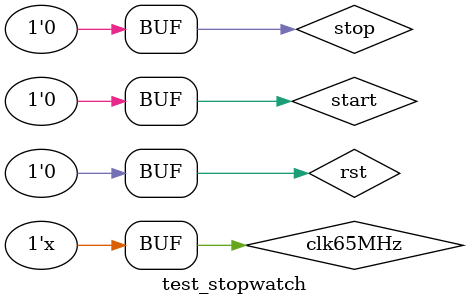
<source format=v>
`timescale 1ns / 1ps

module test_stopwatch();

    reg clk65MHz, rst, start, stop;
    wire minutes, seconds;
    
    stopwatch MG_stopwatch(
        .clk(clk65MHz),
        .rst(rst),
        .start(start),
        .pause(1'b0),
        .stop(stop),
        .minutes(minutes),
        .seconds(seconds)
    );

    initial begin
        clk65MHz = 0;
    end
    
    always begin 
    #15 clk65MHz = !clk65MHz;
    end
        
    initial begin
        #50 rst = 1'b0;
        #100 rst = 1'b1;
        #50 rst = 1'b0;
        #50 stop = 1'b0;
        #100 start = 1'b1;
        #50 start = 1'b0;
    end
endmodule
</source>
